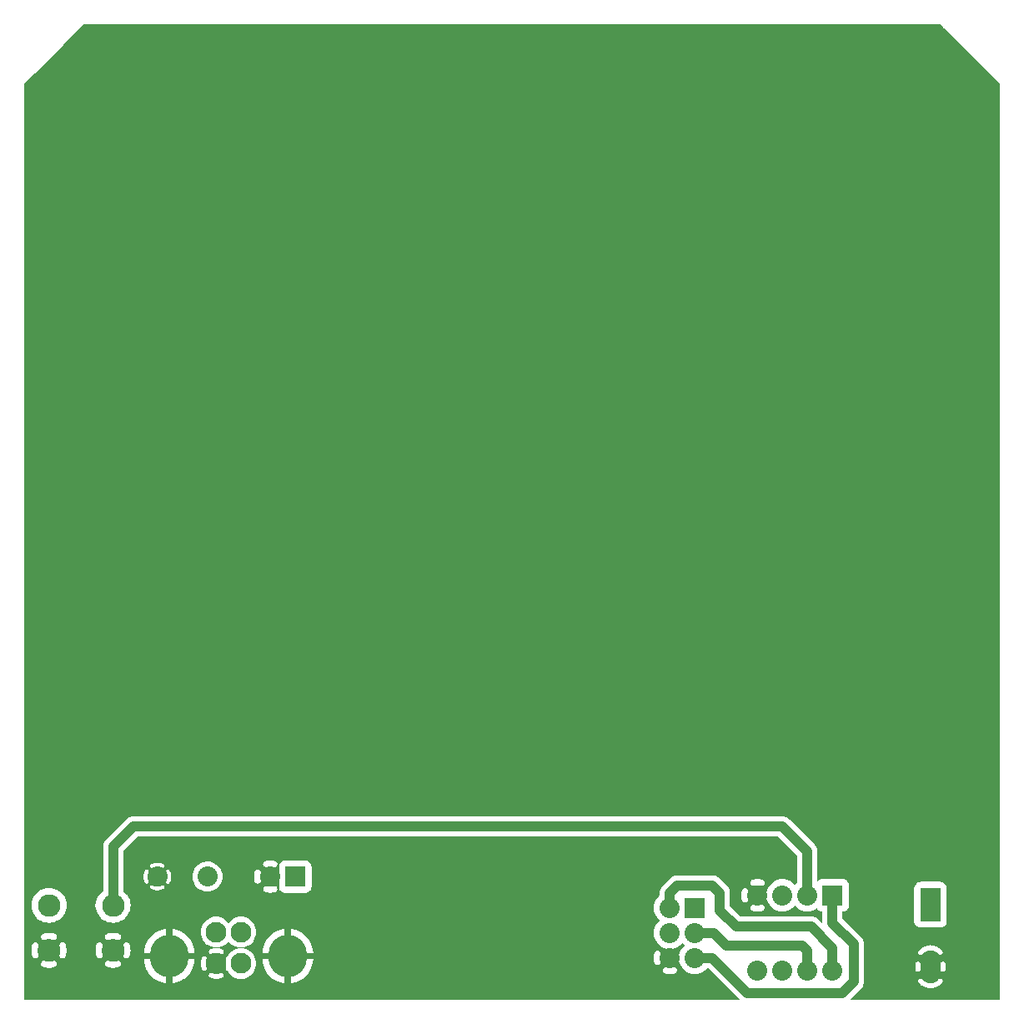
<source format=gbl>
G04 start of page 2 for group 8 layer_idx 1 *
G04 Title: (unknown), bottom_copper *
G04 Creator: pcb-rnd 3.1.5-dev *
G04 CreationDate: 2024-03-25 20:38:14 UTC *
G04 For: STEM4ukraine *
G04 Format: Gerber/RS-274X *
G04 PCB-Dimensions: 393701 393701 *
G04 PCB-Coordinate-Origin: lower left *
%MOIN*%
%FSLAX25Y25*%
%LNBOTTOM_COPPER_NONE_8*%
%ADD30C,0.0374*%
%ADD29C,0.0394*%
%ADD28C,0.0394*%
%ADD27C,0.0787*%
%ADD26C,0.1535*%
%ADD25C,0.0827*%
%ADD24C,0.0900*%
%ADD23C,0.0800*%
%ADD22C,0.0400*%
%ADD21C,0.0001*%
G54D21*G36*
X391732Y368110D02*Y1969D01*
X369173D01*
Y13056D01*
X369330Y13068D01*
X369483Y13105D01*
X369629Y13165D01*
X369763Y13248D01*
X369883Y13350D01*
X369985Y13470D01*
X370067Y13604D01*
X370127Y13749D01*
X370164Y13902D01*
X370173Y14059D01*
Y16217D01*
X370164Y16373D01*
X370127Y16527D01*
X370067Y16672D01*
X369985Y16806D01*
X369883Y16926D01*
X369763Y17028D01*
X369629Y17110D01*
X369483Y17171D01*
X369330Y17207D01*
X369173Y17220D01*
Y31067D01*
X369312Y31125D01*
X369647Y31330D01*
X369946Y31586D01*
X370202Y31885D01*
X370408Y32221D01*
X370558Y32584D01*
X370650Y32967D01*
X370681Y33359D01*
X370673Y33457D01*
Y46461D01*
X370681Y46559D01*
X370650Y46951D01*
X370650Y46951D01*
X370558Y47334D01*
X370408Y47697D01*
X370202Y48033D01*
X369946Y48332D01*
X369647Y48588D01*
X369312Y48793D01*
X369173Y48851D01*
Y390669D01*
X391732Y368110D01*
G37*
G36*
X364171Y1969D02*Y6553D01*
X364173Y6553D01*
X364711Y6577D01*
X365244Y6649D01*
X365768Y6769D01*
X366280Y6935D01*
X366775Y7146D01*
X367249Y7400D01*
X367698Y7696D01*
X368119Y8031D01*
X368509Y8403D01*
X368863Y8807D01*
X368953Y8937D01*
X369020Y9080D01*
X369064Y9232D01*
X369084Y9389D01*
X369079Y9547D01*
X369049Y9702D01*
X368995Y9851D01*
X368919Y9989D01*
X368822Y10114D01*
X368707Y10222D01*
X368576Y10311D01*
X368433Y10378D01*
X368281Y10422D01*
X368124Y10442D01*
X367966Y10437D01*
X367811Y10407D01*
X367662Y10353D01*
X367524Y10277D01*
X367399Y10180D01*
X367294Y10063D01*
X367061Y9791D01*
X366801Y9544D01*
X366521Y9321D01*
X366222Y9123D01*
X365906Y8954D01*
X365576Y8813D01*
X365236Y8703D01*
X364886Y8623D01*
X364531Y8575D01*
X364173Y8559D01*
X364171Y8559D01*
Y21716D01*
X364173Y21717D01*
X364531Y21700D01*
X364886Y21652D01*
X365236Y21573D01*
X365576Y21462D01*
X365906Y21322D01*
X366222Y21152D01*
X366521Y20955D01*
X366801Y20732D01*
X367061Y20485D01*
X367297Y20215D01*
X367402Y20099D01*
X367526Y20002D01*
X367664Y19926D01*
X367812Y19873D01*
X367967Y19843D01*
X368124Y19838D01*
X368280Y19858D01*
X368431Y19901D01*
X368574Y19968D01*
X368704Y20057D01*
X368819Y20164D01*
X368916Y20289D01*
X368991Y20427D01*
X369045Y20575D01*
X369075Y20729D01*
X369080Y20887D01*
X369060Y21043D01*
X369016Y21194D01*
X368949Y21336D01*
X368858Y21465D01*
X368509Y21873D01*
X368119Y22244D01*
X367698Y22579D01*
X367249Y22875D01*
X366775Y23130D01*
X366280Y23341D01*
X365768Y23507D01*
X365244Y23626D01*
X364711Y23698D01*
X364173Y23723D01*
X364171Y23722D01*
Y30859D01*
X368075D01*
X368173Y30851D01*
X368566Y30882D01*
X368948Y30974D01*
X369173Y31067D01*
Y17220D01*
X369016Y17207D01*
X368863Y17171D01*
X368718Y17110D01*
X368584Y17028D01*
X368464Y16926D01*
X368362Y16806D01*
X368279Y16672D01*
X368219Y16527D01*
X368182Y16373D01*
X368173Y16217D01*
Y14059D01*
X368182Y13902D01*
X368219Y13749D01*
X368279Y13604D01*
X368362Y13470D01*
X368464Y13350D01*
X368584Y13248D01*
X368718Y13165D01*
X368863Y13105D01*
X369016Y13068D01*
X369173Y13056D01*
Y1969D01*
X364171D01*
G37*
G36*
X359173D02*Y13056D01*
X359330Y13068D01*
X359483Y13105D01*
X359629Y13165D01*
X359763Y13248D01*
X359883Y13350D01*
X359985Y13470D01*
X360067Y13604D01*
X360127Y13749D01*
X360164Y13902D01*
X360173Y14059D01*
Y16217D01*
X360164Y16373D01*
X360127Y16527D01*
X360067Y16672D01*
X359985Y16806D01*
X359883Y16926D01*
X359763Y17028D01*
X359629Y17110D01*
X359483Y17171D01*
X359330Y17207D01*
X359173Y17220D01*
Y31067D01*
X359398Y30974D01*
X359781Y30882D01*
X360173Y30851D01*
X360271Y30859D01*
X364171D01*
Y23722D01*
X363636Y23698D01*
X363103Y23626D01*
X362578Y23507D01*
X362066Y23341D01*
X361571Y23130D01*
X361098Y22875D01*
X360648Y22579D01*
X360227Y22244D01*
X359838Y21873D01*
X359483Y21468D01*
X359394Y21338D01*
X359327Y21195D01*
X359283Y21044D01*
X359263Y20887D01*
X359268Y20729D01*
X359298Y20574D01*
X359351Y20425D01*
X359428Y20286D01*
X359524Y20162D01*
X359640Y20054D01*
X359771Y19965D01*
X359914Y19898D01*
X360065Y19854D01*
X360222Y19834D01*
X360380Y19839D01*
X360535Y19869D01*
X360684Y19922D01*
X360822Y19999D01*
X360947Y20096D01*
X361053Y20213D01*
X361286Y20485D01*
X361545Y20732D01*
X361826Y20955D01*
X362125Y21152D01*
X362440Y21322D01*
X362770Y21462D01*
X363111Y21573D01*
X363460Y21652D01*
X363815Y21700D01*
X364171Y21716D01*
Y8559D01*
X363815Y8575D01*
X363460Y8623D01*
X363111Y8703D01*
X362770Y8813D01*
X362440Y8954D01*
X362125Y9123D01*
X361826Y9321D01*
X361545Y9544D01*
X361286Y9791D01*
X361050Y10060D01*
X360944Y10177D01*
X360820Y10274D01*
X360682Y10350D01*
X360534Y10403D01*
X360380Y10433D01*
X360222Y10438D01*
X360066Y10418D01*
X359915Y10374D01*
X359773Y10307D01*
X359642Y10219D01*
X359527Y10111D01*
X359431Y9987D01*
X359355Y9849D01*
X359302Y9701D01*
X359272Y9546D01*
X359267Y9389D01*
X359287Y9233D01*
X359330Y9082D01*
X359397Y8939D01*
X359488Y8811D01*
X359838Y8403D01*
X360227Y8031D01*
X360648Y7696D01*
X361098Y7400D01*
X361571Y7146D01*
X362066Y6935D01*
X362578Y6769D01*
X363103Y6649D01*
X363636Y6577D01*
X364171Y6553D01*
Y1969D01*
X359173D01*
G37*
G36*
X368110Y391732D02*X369173Y390669D01*
Y48851D01*
X368948Y48944D01*
X368566Y49036D01*
X368173Y49067D01*
X368075Y49059D01*
X360271D01*
X360173Y49067D01*
X359781Y49036D01*
X359398Y48944D01*
X359173Y48851D01*
Y391732D01*
X368110D01*
G37*
G36*
X359173D02*Y48851D01*
X359035Y48793D01*
X358699Y48588D01*
X358400Y48332D01*
X358144Y48033D01*
X357939Y47697D01*
X357788Y47334D01*
X357696Y46951D01*
X357666Y46559D01*
X357673Y46461D01*
Y33457D01*
X357666Y33359D01*
X357696Y32967D01*
X357696Y32967D01*
X357788Y32584D01*
X357939Y32221D01*
X358144Y31885D01*
X358400Y31586D01*
X358699Y31330D01*
X359035Y31125D01*
X359173Y31067D01*
Y17220D01*
X359016Y17207D01*
X358863Y17171D01*
X358718Y17110D01*
X358584Y17028D01*
X358464Y16926D01*
X358362Y16806D01*
X358279Y16672D01*
X358219Y16527D01*
X358182Y16373D01*
X358173Y16217D01*
Y14059D01*
X358182Y13902D01*
X358219Y13749D01*
X358279Y13604D01*
X358362Y13470D01*
X358464Y13350D01*
X358584Y13248D01*
X358718Y13165D01*
X358863Y13105D01*
X359016Y13068D01*
X359173Y13056D01*
Y1969D01*
X331927D01*
X331939Y1983D01*
X336218Y6262D01*
X336337Y6364D01*
X336746Y6842D01*
X336746Y6842D01*
X337075Y7379D01*
X337316Y7961D01*
X337463Y8573D01*
X337512Y9201D01*
X337500Y9358D01*
Y24044D01*
X337512Y24201D01*
X337463Y24828D01*
X337316Y25441D01*
X337075Y26022D01*
X336746Y26559D01*
X336337Y27038D01*
X336218Y27140D01*
X329000Y34358D01*
Y37193D01*
X329392Y37224D01*
X329392Y37224D01*
X329775Y37316D01*
X330138Y37466D01*
X330474Y37672D01*
X330773Y37928D01*
X331029Y38227D01*
X331234Y38562D01*
X331385Y38926D01*
X331477Y39308D01*
X331508Y39701D01*
X331500Y39799D01*
Y47603D01*
X331508Y47701D01*
X331477Y48093D01*
X331477Y48093D01*
X331385Y48476D01*
X331234Y48839D01*
X331029Y49175D01*
X330773Y49474D01*
X330474Y49730D01*
X330138Y49935D01*
X329775Y50086D01*
X329392Y50178D01*
X329000Y50208D01*
X328902Y50201D01*
X321098D01*
X321000Y50208D01*
X320608Y50178D01*
X320608Y50178D01*
X320225Y50086D01*
X319862Y49935D01*
X319526Y49730D01*
X319227Y49474D01*
X319000Y49208D01*
Y61044D01*
X319012Y61201D01*
X318963Y61828D01*
X318963Y61828D01*
X318816Y62441D01*
X318575Y63022D01*
X318246Y63559D01*
X317837Y64038D01*
X317718Y64140D01*
X307939Y73918D01*
X307837Y74038D01*
X307358Y74447D01*
X306822Y74776D01*
X306240Y75017D01*
X305628Y75164D01*
X305000Y75213D01*
X304843Y75201D01*
X75109D01*
Y391732D01*
X359173D01*
G37*
G36*
X303343Y67201D02*X311000Y59544D01*
Y48832D01*
X310390Y48311D01*
X310000Y47855D01*
X309610Y48311D01*
X308832Y48976D01*
X307960Y49510D01*
X307015Y49902D01*
X306020Y50141D01*
X305000Y50221D01*
X303980Y50141D01*
X302985Y49902D01*
X302040Y49510D01*
X301168Y48976D01*
X300390Y48311D01*
X299725Y47533D01*
X299191Y46661D01*
X298799Y45716D01*
X298560Y44721D01*
X298480Y43701D01*
X298560Y42681D01*
X298799Y41686D01*
X299191Y40741D01*
X299725Y39868D01*
X300390Y39090D01*
X301168Y38426D01*
X302040Y37891D01*
X302985Y37500D01*
X303980Y37261D01*
X305000Y37181D01*
X306020Y37261D01*
X307015Y37500D01*
X307960Y37891D01*
X308832Y38426D01*
X309610Y39090D01*
X310000Y39547D01*
X310390Y39090D01*
X311168Y38426D01*
X312040Y37891D01*
X312985Y37500D01*
X313980Y37261D01*
X315000Y37181D01*
X316020Y37261D01*
X317015Y37500D01*
X317960Y37891D01*
X318832Y38426D01*
X318843Y38435D01*
X318971Y38227D01*
X319227Y37928D01*
X319526Y37672D01*
X319862Y37466D01*
X320225Y37316D01*
X320608Y37224D01*
X321000Y37193D01*
Y32858D01*
X320988Y32701D01*
X321016Y32342D01*
X319439Y33918D01*
X319337Y34038D01*
X318858Y34447D01*
X318322Y34776D01*
X317740Y35017D01*
X317128Y35164D01*
X316500Y35213D01*
X316343Y35201D01*
X295002D01*
Y37201D01*
X295287D01*
X295860Y37251D01*
X296425Y37352D01*
X296980Y37503D01*
X297163Y37576D01*
X297332Y37679D01*
X297483Y37806D01*
X297611Y37955D01*
X297715Y38123D01*
X297792Y38305D01*
X297839Y38497D01*
X297855Y38694D01*
X297841Y38890D01*
X297796Y39083D01*
X297721Y39265D01*
X297619Y39434D01*
X297491Y39585D01*
X297342Y39714D01*
X297174Y39818D01*
X296992Y39894D01*
X296801Y39941D01*
X296604Y39958D01*
X296407Y39943D01*
X296216Y39894D01*
X295876Y39798D01*
X295529Y39736D01*
X295177Y39705D01*
X295002D01*
Y47697D01*
X295177D01*
X295529Y47666D01*
X295876Y47604D01*
X296217Y47511D01*
X296408Y47462D01*
X296604Y47448D01*
X296800Y47464D01*
X296991Y47511D01*
X297172Y47587D01*
X297340Y47691D01*
X297489Y47820D01*
X297616Y47970D01*
X297718Y48138D01*
X297792Y48320D01*
X297837Y48512D01*
X297851Y48708D01*
X297835Y48904D01*
X297788Y49095D01*
X297712Y49277D01*
X297608Y49444D01*
X297480Y49593D01*
X297330Y49720D01*
X297161Y49822D01*
X296978Y49893D01*
X296425Y50049D01*
X295860Y50150D01*
X295287Y50201D01*
X295002D01*
Y67201D01*
X303343D01*
G37*
G36*
X295002D02*Y50201D01*
X294713D01*
X294140Y50150D01*
X293575Y50049D01*
X293020Y49899D01*
X292837Y49825D01*
X292668Y49723D01*
X292517Y49596D01*
X292389Y49446D01*
X292285Y49278D01*
X292208Y49096D01*
X292161Y48905D01*
X292145Y48708D01*
X292159Y48511D01*
X292204Y48319D01*
X292279Y48136D01*
X292381Y47968D01*
X292509Y47817D01*
X292658Y47688D01*
X292826Y47584D01*
X293008Y47508D01*
X293199Y47461D01*
X293396Y47444D01*
X293593Y47459D01*
X293784Y47507D01*
X294124Y47604D01*
X294471Y47666D01*
X294823Y47697D01*
X295002D01*
Y39705D01*
X294823D01*
X294471Y39736D01*
X294124Y39798D01*
X293783Y39890D01*
X293592Y39939D01*
X293396Y39954D01*
X293200Y39937D01*
X293009Y39890D01*
X292828Y39814D01*
X292660Y39710D01*
X292511Y39582D01*
X292384Y39432D01*
X292282Y39263D01*
X292208Y39081D01*
X292163Y38890D01*
X292149Y38694D01*
X292165Y38498D01*
X292212Y38306D01*
X292288Y38125D01*
X292392Y37958D01*
X292520Y37809D01*
X292670Y37682D01*
X292839Y37580D01*
X293022Y37509D01*
X293575Y37352D01*
X294140Y37251D01*
X294713Y37201D01*
X295002D01*
Y35201D01*
X289878D01*
Y40855D01*
X289993Y40845D01*
X290190Y40860D01*
X290382Y40905D01*
X290564Y40980D01*
X290733Y41082D01*
X290884Y41209D01*
X291013Y41359D01*
X291117Y41527D01*
X291193Y41709D01*
X291240Y41900D01*
X291257Y42097D01*
X291242Y42294D01*
X291193Y42485D01*
X291097Y42825D01*
X291035Y43172D01*
X291004Y43524D01*
Y43877D01*
X291035Y44229D01*
X291097Y44577D01*
X291190Y44918D01*
X291238Y45108D01*
X291253Y45305D01*
X291236Y45501D01*
X291190Y45692D01*
X291113Y45873D01*
X291010Y46040D01*
X290881Y46189D01*
X290731Y46316D01*
X290563Y46418D01*
X290381Y46493D01*
X290189Y46538D01*
X289993Y46552D01*
X289878Y46543D01*
Y67201D01*
X295002D01*
G37*
G36*
X261020Y22261D02*X262015Y22500D01*
X262960Y22891D01*
X263832Y23426D01*
X264610Y24090D01*
X265000Y24547D01*
X265390Y24090D01*
X265846Y23701D01*
X265390Y23311D01*
X264725Y22533D01*
X264191Y21661D01*
X263799Y20716D01*
X263560Y19721D01*
X263480Y18701D01*
X263560Y17681D01*
X263799Y16686D01*
X264191Y15741D01*
X264725Y14868D01*
X265390Y14090D01*
X266168Y13426D01*
X267040Y12891D01*
X267985Y12500D01*
X268980Y12261D01*
X270000Y12181D01*
X271020Y12261D01*
X272015Y12500D01*
X272960Y12891D01*
X273832Y13426D01*
X274610Y14090D01*
X275132Y14701D01*
X275343D01*
X288061Y1983D01*
X288073Y1969D01*
X260002D01*
Y12201D01*
X260287D01*
X260860Y12251D01*
X261425Y12352D01*
X261980Y12503D01*
X262163Y12576D01*
X262332Y12679D01*
X262483Y12806D01*
X262611Y12955D01*
X262715Y13123D01*
X262792Y13305D01*
X262839Y13497D01*
X262855Y13694D01*
X262841Y13890D01*
X262796Y14083D01*
X262721Y14265D01*
X262619Y14434D01*
X262491Y14585D01*
X262342Y14714D01*
X262174Y14818D01*
X261992Y14894D01*
X261801Y14941D01*
X261604Y14958D01*
X261407Y14943D01*
X261216Y14894D01*
X260876Y14798D01*
X260529Y14736D01*
X260177Y14705D01*
X260002D01*
Y22181D01*
X261020Y22261D01*
G37*
G36*
X289878Y67201D02*Y46543D01*
X289797Y46536D01*
X289606Y46489D01*
X289424Y46413D01*
X289257Y46309D01*
X289108Y46181D01*
X288981Y46030D01*
X288879Y45862D01*
X288808Y45679D01*
X288652Y45126D01*
X288551Y44560D01*
X288500Y43988D01*
Y43413D01*
X288551Y42841D01*
X288652Y42275D01*
X288802Y41721D01*
X288875Y41538D01*
X288978Y41369D01*
X289105Y41218D01*
X289255Y41089D01*
X289422Y40985D01*
X289604Y40909D01*
X289796Y40862D01*
X289878Y40855D01*
Y35201D01*
X288157D01*
X284000Y39358D01*
Y44544D01*
X284012Y44701D01*
X283963Y45328D01*
X283963Y45328D01*
X283816Y45941D01*
X283575Y46522D01*
X283246Y47059D01*
X282837Y47538D01*
X282718Y47640D01*
X279939Y50418D01*
X279837Y50538D01*
X279358Y50947D01*
X278822Y51276D01*
X278240Y51517D01*
X277628Y51664D01*
X277627Y51664D01*
X277000Y51713D01*
X276843Y51701D01*
X263157D01*
X263000Y51713D01*
X262372Y51664D01*
X261760Y51517D01*
X261178Y51276D01*
X260642Y50947D01*
X260641Y50947D01*
X260163Y50538D01*
X260061Y50418D01*
X260002Y50360D01*
Y67201D01*
X289878D01*
G37*
G36*
X255390Y24090D02*X256168Y23426D01*
X257040Y22891D01*
X257985Y22500D01*
X258980Y22261D01*
X260000Y22181D01*
X260002Y22181D01*
Y14705D01*
X259823D01*
X259471Y14736D01*
X259124Y14798D01*
X258783Y14890D01*
X258592Y14939D01*
X258396Y14954D01*
X258200Y14937D01*
X258009Y14890D01*
X257828Y14814D01*
X257660Y14710D01*
X257511Y14582D01*
X257384Y14432D01*
X257282Y14263D01*
X257208Y14081D01*
X257163Y13890D01*
X257149Y13694D01*
X257165Y13498D01*
X257212Y13306D01*
X257288Y13125D01*
X257392Y12958D01*
X257520Y12809D01*
X257670Y12682D01*
X257839Y12580D01*
X258022Y12509D01*
X258575Y12352D01*
X259140Y12251D01*
X259713Y12201D01*
X260002D01*
Y1969D01*
X254878D01*
Y15855D01*
X254993Y15845D01*
X255190Y15860D01*
X255382Y15905D01*
X255564Y15980D01*
X255733Y16082D01*
X255884Y16209D01*
X256013Y16359D01*
X256117Y16527D01*
X256193Y16709D01*
X256240Y16900D01*
X256257Y17097D01*
X256242Y17294D01*
X256193Y17485D01*
X256097Y17825D01*
X256035Y18172D01*
X256004Y18524D01*
Y18877D01*
X256035Y19229D01*
X256097Y19577D01*
X256190Y19918D01*
X256238Y20108D01*
X256253Y20305D01*
X256236Y20501D01*
X256190Y20692D01*
X256113Y20873D01*
X256010Y21040D01*
X255881Y21189D01*
X255731Y21316D01*
X255563Y21418D01*
X255381Y21493D01*
X255189Y21538D01*
X254993Y21552D01*
X254878Y21543D01*
Y24689D01*
X255390Y24090D01*
G37*
G36*
Y34090D02*X255846Y33701D01*
X255390Y33311D01*
X254878Y32713D01*
Y34689D01*
X255390Y34090D01*
G37*
G36*
X260002Y67201D02*Y50360D01*
X257282Y47640D01*
X257163Y47538D01*
X256754Y47059D01*
X256425Y46522D01*
X256184Y45941D01*
X256037Y45328D01*
X256037Y45328D01*
X255988Y44701D01*
X256000Y44544D01*
Y43832D01*
X255390Y43311D01*
X254878Y42713D01*
Y67201D01*
X260002D01*
G37*
G36*
X254878D02*Y42713D01*
X254725Y42533D01*
X254191Y41661D01*
X253799Y40716D01*
X253560Y39721D01*
X253480Y38701D01*
X253560Y37681D01*
X253799Y36686D01*
X254191Y35741D01*
X254725Y34868D01*
X254878Y34689D01*
Y32713D01*
X254725Y32533D01*
X254191Y31661D01*
X253799Y30716D01*
X253560Y29721D01*
X253480Y28701D01*
X253560Y27681D01*
X253799Y26686D01*
X254191Y25741D01*
X254725Y24868D01*
X254878Y24689D01*
Y21543D01*
X254797Y21536D01*
X254606Y21489D01*
X254424Y21413D01*
X254257Y21309D01*
X254108Y21181D01*
X253981Y21030D01*
X253879Y20862D01*
X253808Y20679D01*
X253652Y20126D01*
X253551Y19560D01*
X253500Y18988D01*
Y18413D01*
X253551Y17841D01*
X253652Y17275D01*
X253802Y16721D01*
X253875Y16538D01*
X253978Y16369D01*
X254105Y16218D01*
X254255Y16089D01*
X254422Y15985D01*
X254604Y15909D01*
X254796Y15862D01*
X254878Y15855D01*
Y1969D01*
X110236D01*
Y8806D01*
X110438Y8854D01*
X111918Y9467D01*
X113284Y10304D01*
X114502Y11344D01*
X115542Y12563D01*
X116379Y13928D01*
X116992Y15408D01*
X117366Y16966D01*
X117433Y18100D01*
X110236D01*
Y20600D01*
X117433D01*
X117366Y21735D01*
X116992Y23292D01*
X116379Y24772D01*
X115542Y26138D01*
X114502Y27356D01*
X113284Y28397D01*
X111918Y29234D01*
X110438Y29847D01*
X110236Y29895D01*
Y44681D01*
X114138D01*
X114236Y44673D01*
X114628Y44704D01*
X114629Y44704D01*
X115011Y44796D01*
X115375Y44947D01*
X115710Y45152D01*
X116009Y45408D01*
X116265Y45707D01*
X116471Y46043D01*
X116621Y46406D01*
X116713Y46789D01*
X116744Y47181D01*
X116736Y47279D01*
Y55083D01*
X116744Y55181D01*
X116713Y55573D01*
X116713Y55573D01*
X116621Y55956D01*
X116471Y56320D01*
X116265Y56655D01*
X116009Y56954D01*
X115710Y57210D01*
X115375Y57415D01*
X115011Y57566D01*
X114629Y57658D01*
X114236Y57689D01*
X114138Y57681D01*
X110236D01*
Y67201D01*
X254878D01*
G37*
G36*
X110236D02*Y57681D01*
X106334D01*
X106236Y57689D01*
X105844Y57658D01*
X105844Y57658D01*
X105461Y57566D01*
X105098Y57415D01*
X104762Y57210D01*
X104463Y56954D01*
X104207Y56655D01*
X104002Y56320D01*
X103851Y55956D01*
X103759Y55573D01*
X103729Y55181D01*
X103736Y55083D01*
Y47279D01*
X103729Y47181D01*
X103759Y46789D01*
X103759Y46789D01*
X103851Y46406D01*
X104002Y46043D01*
X104207Y45707D01*
X104463Y45408D01*
X104762Y45152D01*
X105098Y44947D01*
X105461Y44796D01*
X105844Y44704D01*
X106236Y44673D01*
X106334Y44681D01*
X110236D01*
Y29895D01*
X108880Y30221D01*
X108533Y30248D01*
Y20600D01*
X110236D01*
Y18100D01*
X108533D01*
Y8453D01*
X108880Y8480D01*
X110236Y8806D01*
Y1969D01*
X100238D01*
Y11196D01*
X101283Y10304D01*
X102649Y9467D01*
X104129Y8854D01*
X105686Y8480D01*
X106033Y8453D01*
Y18100D01*
X100238D01*
Y20600D01*
X106033D01*
Y30248D01*
X105686Y30221D01*
X104129Y29847D01*
X102649Y29234D01*
X101283Y28397D01*
X100238Y27504D01*
Y44681D01*
X100524D01*
X101096Y44732D01*
X101662Y44833D01*
X102216Y44983D01*
X102399Y45057D01*
X102568Y45159D01*
X102719Y45286D01*
X102848Y45436D01*
X102952Y45604D01*
X103028Y45785D01*
X103075Y45977D01*
X103092Y46174D01*
X103077Y46371D01*
X103032Y46563D01*
X102957Y46746D01*
X102855Y46914D01*
X102728Y47065D01*
X102578Y47194D01*
X102410Y47298D01*
X102228Y47374D01*
X102037Y47421D01*
X101840Y47438D01*
X101643Y47423D01*
X101452Y47375D01*
X101113Y47278D01*
X100765Y47216D01*
X100413Y47185D01*
X100238D01*
Y55177D01*
X100413D01*
X100765Y55146D01*
X101113Y55084D01*
X101453Y54991D01*
X101644Y54943D01*
X101840Y54928D01*
X102036Y54945D01*
X102227Y54992D01*
X102409Y55068D01*
X102576Y55171D01*
X102725Y55300D01*
X102852Y55450D01*
X102954Y55618D01*
X103028Y55801D01*
X103073Y55992D01*
X103088Y56188D01*
X103071Y56384D01*
X103024Y56575D01*
X102948Y56757D01*
X102845Y56924D01*
X102716Y57073D01*
X102566Y57200D01*
X102398Y57302D01*
X102214Y57373D01*
X101662Y57529D01*
X101096Y57630D01*
X100524Y57681D01*
X100238D01*
Y67201D01*
X110236D01*
G37*
G36*
X100238D02*Y57681D01*
X99949D01*
X99377Y57630D01*
X98811Y57529D01*
X98256Y57379D01*
X98073Y57306D01*
X97904Y57203D01*
X97754Y57076D01*
X97625Y56926D01*
X97521Y56759D01*
X97444Y56577D01*
X97397Y56385D01*
X97381Y56188D01*
X97395Y55992D01*
X97441Y55799D01*
X97515Y55617D01*
X97617Y55448D01*
X97745Y55297D01*
X97894Y55168D01*
X98062Y55064D01*
X98244Y54988D01*
X98436Y54941D01*
X98632Y54924D01*
X98829Y54939D01*
X99020Y54988D01*
X99360Y55084D01*
X99708Y55146D01*
X100060Y55177D01*
X100238D01*
Y47185D01*
X100060D01*
X99708Y47216D01*
X99360Y47278D01*
X99019Y47371D01*
X98829Y47419D01*
X98632Y47434D01*
X98436Y47418D01*
X98245Y47371D01*
X98064Y47294D01*
X97897Y47191D01*
X97748Y47062D01*
X97621Y46912D01*
X97519Y46744D01*
X97444Y46562D01*
X97399Y46370D01*
X97385Y46174D01*
X97401Y45978D01*
X97448Y45787D01*
X97524Y45605D01*
X97628Y45438D01*
X97756Y45289D01*
X97907Y45162D01*
X98075Y45060D01*
X98258Y44989D01*
X98811Y44833D01*
X99377Y44732D01*
X99949Y44681D01*
X100238D01*
Y27504D01*
X100065Y27356D01*
X99025Y26138D01*
X98188Y24772D01*
X97575Y23292D01*
X97201Y21735D01*
X97134Y20600D01*
X100238D01*
Y18100D01*
X97134D01*
X97201Y16966D01*
X97575Y15408D01*
X98188Y13928D01*
X99025Y12563D01*
X100065Y11344D01*
X100238Y11196D01*
Y1969D01*
X95115D01*
Y48335D01*
X95229Y48326D01*
X95426Y48340D01*
X95618Y48385D01*
X95801Y48460D01*
X95969Y48562D01*
X96120Y48690D01*
X96249Y48839D01*
X96353Y49007D01*
X96429Y49189D01*
X96476Y49381D01*
X96493Y49577D01*
X96478Y49774D01*
X96430Y49965D01*
X96333Y50305D01*
X96271Y50653D01*
X96240Y51004D01*
Y51358D01*
X96271Y51710D01*
X96333Y52057D01*
X96426Y52398D01*
X96475Y52589D01*
X96489Y52785D01*
X96473Y52981D01*
X96426Y53172D01*
X96350Y53353D01*
X96246Y53521D01*
X96117Y53670D01*
X95967Y53797D01*
X95799Y53899D01*
X95617Y53973D01*
X95425Y54018D01*
X95229Y54033D01*
X95115Y54023D01*
Y67201D01*
X100238D01*
G37*
G36*
X95115D02*Y54023D01*
X95033Y54016D01*
X94842Y53969D01*
X94660Y53893D01*
X94493Y53789D01*
X94344Y53661D01*
X94217Y53511D01*
X94115Y53342D01*
X94044Y53159D01*
X93888Y52606D01*
X93787Y52041D01*
X93736Y51468D01*
Y50894D01*
X93787Y50321D01*
X93888Y49756D01*
X94038Y49201D01*
X94112Y49018D01*
X94214Y48849D01*
X94341Y48699D01*
X94491Y48570D01*
X94659Y48466D01*
X94841Y48389D01*
X95032Y48342D01*
X95115Y48335D01*
Y1969D01*
X88494D01*
Y10246D01*
X88504Y10245D01*
X89466Y10321D01*
X90405Y10546D01*
X91297Y10915D01*
X92120Y11420D01*
X92855Y12047D01*
X93482Y12781D01*
X93986Y13604D01*
X94356Y14496D01*
X94581Y15435D01*
X94638Y16398D01*
X94581Y17360D01*
X94356Y18299D01*
X93986Y19191D01*
X93482Y20014D01*
X92855Y20748D01*
X92120Y21375D01*
X91297Y21880D01*
X90405Y22249D01*
X89466Y22475D01*
X88504Y22550D01*
X88494Y22550D01*
Y22844D01*
X88504Y22843D01*
X89466Y22919D01*
X90405Y23144D01*
X91297Y23514D01*
X92120Y24018D01*
X92855Y24645D01*
X93482Y25380D01*
X93986Y26203D01*
X94356Y27095D01*
X94581Y28034D01*
X94638Y28996D01*
X94581Y29959D01*
X94356Y30897D01*
X93986Y31789D01*
X93482Y32613D01*
X92855Y33347D01*
X92120Y33974D01*
X91297Y34478D01*
X90405Y34848D01*
X89466Y35073D01*
X88504Y35149D01*
X88494Y35148D01*
Y67201D01*
X95115D01*
G37*
G36*
X78663Y1969D02*Y10264D01*
X78931D01*
X79469Y10311D01*
X80001Y10406D01*
X80522Y10547D01*
X81029Y10733D01*
X81170Y10804D01*
X81297Y10897D01*
X81409Y11009D01*
X81501Y11137D01*
X81573Y11278D01*
X81621Y11429D01*
X81645Y11585D01*
X81645Y11743D01*
X81619Y11899D01*
X81570Y12049D01*
X81498Y12190D01*
X81405Y12317D01*
X81293Y12429D01*
X81164Y12521D01*
X81023Y12592D01*
X80873Y12641D01*
X80717Y12665D01*
X80559Y12664D01*
X80403Y12639D01*
X80254Y12587D01*
X79914Y12458D01*
X79563Y12363D01*
X79205Y12300D01*
X78843Y12268D01*
X78663D01*
Y20528D01*
X78843D01*
X79205Y20496D01*
X79563Y20432D01*
X79914Y20337D01*
X80255Y20212D01*
X80404Y20160D01*
X80559Y20135D01*
X80716Y20134D01*
X80872Y20158D01*
X81022Y20207D01*
X81162Y20278D01*
X81290Y20370D01*
X81402Y20481D01*
X81495Y20608D01*
X81566Y20748D01*
X81616Y20897D01*
X81641Y21053D01*
X81641Y21210D01*
X81617Y21366D01*
X81569Y21516D01*
X81498Y21656D01*
X81406Y21784D01*
X81295Y21895D01*
X81168Y21988D01*
X81026Y22057D01*
X80522Y22249D01*
X80001Y22390D01*
X79469Y22484D01*
X78931Y22531D01*
X78663D01*
Y22843D01*
X79624Y22919D01*
X80563Y23144D01*
X81455Y23514D01*
X82278Y24018D01*
X83012Y24645D01*
X83583Y25313D01*
X84153Y24645D01*
X84887Y24018D01*
X85711Y23514D01*
X86603Y23144D01*
X87541Y22919D01*
X88494Y22844D01*
Y22550D01*
X87541Y22475D01*
X86603Y22249D01*
X85711Y21880D01*
X84887Y21375D01*
X84153Y20748D01*
X83526Y20014D01*
X83113Y19340D01*
X83010Y19306D01*
X82869Y19234D01*
X82742Y19141D01*
X82630Y19029D01*
X82538Y18901D01*
X82467Y18760D01*
X82418Y18609D01*
X82394Y18453D01*
X82395Y18295D01*
X82420Y18139D01*
X82472Y17990D01*
X82537Y17819D01*
X82427Y17360D01*
X82351Y16398D01*
X82427Y15435D01*
X82538Y14973D01*
X82476Y14804D01*
X82424Y14655D01*
X82399Y14500D01*
X82398Y14343D01*
X82422Y14187D01*
X82470Y14037D01*
X82541Y13897D01*
X82634Y13769D01*
X82744Y13657D01*
X82872Y13565D01*
X83012Y13493D01*
X83110Y13460D01*
X83526Y12781D01*
X84153Y12047D01*
X84887Y11420D01*
X85711Y10915D01*
X86603Y10546D01*
X87541Y10321D01*
X88494Y10246D01*
Y1969D01*
X78663D01*
G37*
G36*
X88494Y67201D02*Y35148D01*
X87541Y35073D01*
X86603Y34848D01*
X85711Y34478D01*
X84887Y33974D01*
X84153Y33347D01*
X83583Y32679D01*
X83012Y33347D01*
X82278Y33974D01*
X81455Y34478D01*
X80563Y34848D01*
X79624Y35073D01*
X78663Y35149D01*
Y46319D01*
X79374Y46925D01*
X79987Y47644D01*
X80481Y48449D01*
X80842Y49321D01*
X81063Y50240D01*
X81118Y51181D01*
X81063Y52123D01*
X80842Y53041D01*
X80481Y53913D01*
X79987Y54719D01*
X79374Y55437D01*
X78663Y56044D01*
Y67201D01*
X88494D01*
G37*
G36*
X78661Y35149D02*X77699Y35073D01*
X76760Y34848D01*
X75868Y34478D01*
X75109Y34013D01*
Y45163D01*
X75118Y45163D01*
X76060Y45237D01*
X76978Y45457D01*
X77850Y45819D01*
X78656Y46312D01*
X78663Y46319D01*
Y35149D01*
X78661Y35149D01*
G37*
G36*
X75109Y1969D02*Y23979D01*
X75868Y23514D01*
X76760Y23144D01*
X77699Y22919D01*
X78661Y22843D01*
X78663Y22843D01*
Y22531D01*
X78391D01*
X77854Y22484D01*
X77322Y22390D01*
X76801Y22249D01*
X76294Y22063D01*
X76153Y21992D01*
X76025Y21898D01*
X75914Y21786D01*
X75822Y21658D01*
X75750Y21517D01*
X75702Y21367D01*
X75678Y21210D01*
X75678Y21052D01*
X75703Y20896D01*
X75753Y20746D01*
X75825Y20606D01*
X75918Y20478D01*
X76030Y20367D01*
X76158Y20274D01*
X76299Y20203D01*
X76450Y20155D01*
X76606Y20130D01*
X76764Y20131D01*
X76920Y20156D01*
X77069Y20208D01*
X77409Y20337D01*
X77760Y20432D01*
X78118Y20496D01*
X78480Y20528D01*
X78663D01*
Y12268D01*
X78480D01*
X78118Y12300D01*
X77760Y12363D01*
X77409Y12458D01*
X77068Y12583D01*
X76919Y12635D01*
X76764Y12660D01*
X76606Y12661D01*
X76451Y12637D01*
X76301Y12589D01*
X76161Y12518D01*
X76033Y12426D01*
X75921Y12315D01*
X75828Y12188D01*
X75756Y12048D01*
X75707Y11898D01*
X75682Y11743D01*
X75682Y11585D01*
X75706Y11430D01*
X75754Y11280D01*
X75825Y11139D01*
X75917Y11012D01*
X76028Y10900D01*
X76155Y10807D01*
X76296Y10738D01*
X76801Y10547D01*
X77322Y10406D01*
X77854Y10311D01*
X78391Y10264D01*
X78663D01*
Y1969D01*
X75109D01*
G37*
G36*
X78663Y67201D02*Y56044D01*
X78656Y56050D01*
X77850Y56544D01*
X76978Y56905D01*
X76060Y57126D01*
X75118Y57200D01*
X75109Y57199D01*
Y67201D01*
X78663D01*
G37*
G36*
X75109Y391732D02*Y75201D01*
X55120D01*
Y391732D01*
X75109D01*
G37*
G36*
X74311Y24645D02*X75045Y24018D01*
X75109Y23979D01*
Y1969D01*
X73728D01*
Y13433D01*
X73849Y13414D01*
X74007Y13414D01*
X74163Y13440D01*
X74313Y13489D01*
X74453Y13561D01*
X74581Y13654D01*
X74692Y13767D01*
X74785Y13895D01*
X74856Y14036D01*
X74905Y14186D01*
X74929Y14342D01*
X74928Y14500D01*
X74903Y14656D01*
X74851Y14805D01*
X74722Y15145D01*
X74627Y15496D01*
X74563Y15854D01*
X74532Y16216D01*
Y16579D01*
X74563Y16941D01*
X74627Y17299D01*
X74722Y17650D01*
X74847Y17992D01*
X74899Y18140D01*
X74924Y18295D01*
X74925Y18453D01*
X74901Y18608D01*
X74852Y18758D01*
X74781Y18899D01*
X74689Y19026D01*
X74578Y19138D01*
X74451Y19231D01*
X74311Y19303D01*
X74162Y19352D01*
X74006Y19377D01*
X73849Y19377D01*
X73728Y19359D01*
Y25328D01*
X74311Y24645D01*
G37*
G36*
X74177Y45237D02*X75109Y45163D01*
Y34013D01*
X75045Y33974D01*
X74311Y33347D01*
X73728Y32665D01*
Y45344D01*
X74177Y45237D01*
G37*
G36*
X75109Y67201D02*Y57199D01*
X74177Y57126D01*
X73728Y57018D01*
Y67201D01*
X75109D01*
G37*
G36*
X73728D02*Y57018D01*
X73258Y56905D01*
X72386Y56544D01*
X71581Y56050D01*
X70862Y55437D01*
X70249Y54719D01*
X69756Y53913D01*
X69394Y53041D01*
X69174Y52123D01*
X69100Y51181D01*
X69174Y50240D01*
X69394Y49321D01*
X69756Y48449D01*
X70249Y47644D01*
X70862Y46925D01*
X71581Y46312D01*
X72386Y45819D01*
X73258Y45457D01*
X73728Y45344D01*
Y32665D01*
X73684Y32613D01*
X73179Y31789D01*
X72810Y30897D01*
X72584Y29959D01*
X72509Y28996D01*
X72584Y28034D01*
X72810Y27095D01*
X73179Y26203D01*
X73684Y25380D01*
X73728Y25328D01*
Y19359D01*
X73693Y19353D01*
X73544Y19305D01*
X73403Y19234D01*
X73275Y19142D01*
X73164Y19031D01*
X73071Y18904D01*
X73002Y18763D01*
X72810Y18258D01*
X72669Y17737D01*
X72575Y17205D01*
X72528Y16668D01*
Y16128D01*
X72575Y15590D01*
X72669Y15058D01*
X72810Y14537D01*
X72996Y14030D01*
X73067Y13889D01*
X73161Y13762D01*
X73273Y13650D01*
X73401Y13558D01*
X73542Y13487D01*
X73692Y13438D01*
X73728Y13433D01*
Y1969D01*
X65582D01*
Y10120D01*
X65882Y10304D01*
X67100Y11344D01*
X68141Y12563D01*
X68978Y13928D01*
X69591Y15408D01*
X69965Y16966D01*
X70032Y18100D01*
X65582D01*
Y20600D01*
X70032D01*
X69965Y21735D01*
X69591Y23292D01*
X68978Y24772D01*
X68141Y26138D01*
X67100Y27356D01*
X65882Y28397D01*
X65582Y28581D01*
Y67201D01*
X73728D01*
G37*
G36*
X65582D02*Y28581D01*
X64516Y29234D01*
X63037Y29847D01*
X61479Y30221D01*
X61132Y30248D01*
Y20600D01*
X65582D01*
Y18100D01*
X61132D01*
Y8453D01*
X61479Y8480D01*
X63037Y8854D01*
X64516Y9467D01*
X65582Y10120D01*
Y1969D01*
X59611D01*
Y48326D01*
X59697Y48362D01*
X59797Y48424D01*
X59887Y48500D01*
X59963Y48590D01*
X60023Y48692D01*
X60240Y49161D01*
X60407Y49650D01*
X60527Y50153D01*
X60600Y50665D01*
X60624Y51181D01*
X60600Y51697D01*
X60527Y52209D01*
X60407Y52712D01*
X60240Y53201D01*
X60028Y53673D01*
X59967Y53774D01*
X59890Y53865D01*
X59800Y53942D01*
X59699Y54004D01*
X59611Y54041D01*
Y67201D01*
X65582D01*
G37*
G36*
X59611D02*Y54041D01*
X59589Y54050D01*
X59474Y54078D01*
X59355Y54087D01*
X59237Y54078D01*
X59121Y54051D01*
X59011Y54005D01*
X58910Y53944D01*
X58820Y53867D01*
X58742Y53776D01*
X58680Y53675D01*
X58635Y53566D01*
X58607Y53450D01*
X58597Y53332D01*
X58606Y53213D01*
X58634Y53098D01*
X58681Y52989D01*
X58839Y52649D01*
X58960Y52293D01*
X59048Y51928D01*
X59100Y51556D01*
X59118Y51181D01*
X59100Y50806D01*
X59048Y50434D01*
X58960Y50069D01*
X58839Y49713D01*
X58685Y49371D01*
X58638Y49263D01*
X58611Y49148D01*
X58602Y49030D01*
X58611Y48913D01*
X58639Y48798D01*
X58684Y48689D01*
X58746Y48588D01*
X58823Y48499D01*
X58913Y48422D01*
X59013Y48361D01*
X59123Y48316D01*
X59237Y48288D01*
X59355Y48279D01*
X59473Y48289D01*
X59588Y48316D01*
X59611Y48326D01*
Y1969D01*
X55120D01*
Y9545D01*
X55247Y9467D01*
X56727Y8854D01*
X58285Y8480D01*
X58632Y8453D01*
Y18100D01*
X55120D01*
Y20600D01*
X58632D01*
Y30248D01*
X58285Y30221D01*
X56727Y29847D01*
X55247Y29234D01*
X55120Y29156D01*
Y45675D01*
X55634Y45699D01*
X56146Y45772D01*
X56649Y45892D01*
X57138Y46059D01*
X57610Y46271D01*
X57711Y46332D01*
X57802Y46409D01*
X57879Y46500D01*
X57941Y46601D01*
X57987Y46710D01*
X58015Y46826D01*
X58024Y46944D01*
X58015Y47062D01*
X57988Y47178D01*
X57942Y47288D01*
X57881Y47389D01*
X57804Y47480D01*
X57713Y47557D01*
X57612Y47619D01*
X57503Y47665D01*
X57387Y47693D01*
X57269Y47702D01*
X57150Y47693D01*
X57035Y47665D01*
X56926Y47618D01*
X56586Y47460D01*
X56230Y47339D01*
X55865Y47251D01*
X55493Y47199D01*
X55120Y47181D01*
Y55181D01*
X55493Y55163D01*
X55865Y55111D01*
X56230Y55023D01*
X56586Y54902D01*
X56928Y54748D01*
X57036Y54701D01*
X57151Y54674D01*
X57269Y54665D01*
X57387Y54674D01*
X57501Y54702D01*
X57610Y54747D01*
X57711Y54809D01*
X57800Y54886D01*
X57877Y54976D01*
X57939Y55076D01*
X57984Y55186D01*
X58011Y55300D01*
X58020Y55418D01*
X58011Y55536D01*
X57983Y55651D01*
X57937Y55760D01*
X57876Y55860D01*
X57799Y55950D01*
X57709Y56026D01*
X57607Y56086D01*
X57138Y56303D01*
X56649Y56470D01*
X56146Y56590D01*
X55634Y56663D01*
X55120Y56687D01*
Y67201D01*
X59611D01*
G37*
G36*
X55120Y391732D02*Y75201D01*
X50626D01*
Y391732D01*
X55120D01*
G37*
G36*
X50786Y13928D02*X51623Y12563D01*
X52663Y11344D01*
X53881Y10304D01*
X55120Y9545D01*
Y1969D01*
X50626D01*
Y14316D01*
X50786Y13928D01*
G37*
G36*
X55120Y20600D02*Y18100D01*
X50626D01*
Y20600D01*
X55120D01*
G37*
G36*
Y67201D02*Y56687D01*
X55118Y56687D01*
X54602Y56663D01*
X54090Y56590D01*
X53587Y56470D01*
X53098Y56303D01*
X52626Y56091D01*
X52525Y56030D01*
X52434Y55953D01*
X52357Y55863D01*
X52295Y55762D01*
X52249Y55652D01*
X52221Y55536D01*
X52212Y55418D01*
X52221Y55300D01*
X52248Y55184D01*
X52294Y55074D01*
X52356Y54973D01*
X52433Y54883D01*
X52523Y54805D01*
X52624Y54743D01*
X52734Y54698D01*
X52849Y54670D01*
X52967Y54660D01*
X53086Y54669D01*
X53201Y54697D01*
X53310Y54744D01*
X53650Y54902D01*
X54006Y55023D01*
X54371Y55111D01*
X54743Y55163D01*
X55118Y55181D01*
X55120Y55181D01*
Y47181D01*
X55118Y47181D01*
X54743Y47199D01*
X54371Y47251D01*
X54006Y47339D01*
X53650Y47460D01*
X53308Y47614D01*
X53200Y47661D01*
X53085Y47689D01*
X52967Y47698D01*
X52850Y47688D01*
X52735Y47660D01*
X52626Y47615D01*
X52525Y47553D01*
X52436Y47476D01*
X52359Y47387D01*
X52298Y47286D01*
X52253Y47177D01*
X52225Y47062D01*
X52216Y46944D01*
X52226Y46826D01*
X52253Y46712D01*
X52299Y46603D01*
X52361Y46502D01*
X52437Y46412D01*
X52527Y46336D01*
X52629Y46277D01*
X53098Y46059D01*
X53587Y45892D01*
X54090Y45772D01*
X54602Y45699D01*
X55118Y45675D01*
X55120Y45675D01*
Y29156D01*
X53881Y28397D01*
X52663Y27356D01*
X51623Y26138D01*
X50786Y24772D01*
X50626Y24385D01*
Y48321D01*
X50647Y48312D01*
X50763Y48284D01*
X50881Y48275D01*
X50999Y48284D01*
X51115Y48311D01*
X51225Y48357D01*
X51326Y48419D01*
X51417Y48496D01*
X51494Y48586D01*
X51556Y48687D01*
X51602Y48797D01*
X51630Y48912D01*
X51639Y49030D01*
X51630Y49149D01*
X51602Y49264D01*
X51555Y49373D01*
X51397Y49713D01*
X51276Y50069D01*
X51188Y50434D01*
X51136Y50806D01*
X51118Y51181D01*
X51136Y51556D01*
X51188Y51928D01*
X51276Y52293D01*
X51397Y52649D01*
X51551Y52991D01*
X51598Y53099D01*
X51626Y53214D01*
X51635Y53332D01*
X51625Y53450D01*
X51597Y53564D01*
X51552Y53673D01*
X51490Y53774D01*
X51413Y53863D01*
X51324Y53940D01*
X51223Y54002D01*
X51114Y54047D01*
X50999Y54074D01*
X50881Y54083D01*
X50763Y54074D01*
X50649Y54046D01*
X50626Y54036D01*
Y67201D01*
X55120D01*
G37*
G36*
X50626Y391732D02*Y75201D01*
X45657D01*
X45500Y75213D01*
X44872Y75164D01*
X44260Y75017D01*
X43678Y74776D01*
X43142Y74447D01*
X43141Y74447D01*
X42663Y74038D01*
X42561Y73918D01*
X37404Y68761D01*
Y391732D01*
X50626D01*
G37*
G36*
X44337Y40752D02*X44080Y41823D01*
X43658Y42841D01*
X43082Y43781D01*
X42976Y43905D01*
Y63020D01*
X47157Y67201D01*
X50626D01*
Y54036D01*
X50540Y54000D01*
X50439Y53939D01*
X50349Y53862D01*
X50273Y53772D01*
X50214Y53670D01*
X49996Y53201D01*
X49829Y52712D01*
X49709Y52209D01*
X49636Y51697D01*
X49612Y51181D01*
X49636Y50665D01*
X49709Y50153D01*
X49829Y49650D01*
X49996Y49161D01*
X50208Y48689D01*
X50269Y48588D01*
X50346Y48497D01*
X50437Y48420D01*
X50538Y48358D01*
X50626Y48321D01*
Y24385D01*
X50173Y23292D01*
X49799Y21735D01*
X49732Y20600D01*
X50626D01*
Y18100D01*
X49732D01*
X49799Y16966D01*
X50173Y15408D01*
X50626Y14316D01*
Y1969D01*
X42976D01*
Y18439D01*
X43145Y18473D01*
X43330Y18541D01*
X43501Y18638D01*
X43655Y18760D01*
X43789Y18905D01*
X43897Y19069D01*
X43976Y19249D01*
X44167Y19832D01*
X44301Y20431D01*
X44381Y21040D01*
X44408Y21654D01*
X44381Y22267D01*
X44301Y22876D01*
X44167Y23475D01*
X43982Y24060D01*
X43901Y24240D01*
X43792Y24405D01*
X43658Y24550D01*
X43504Y24673D01*
X43332Y24770D01*
X43147Y24839D01*
X42976Y24873D01*
Y35402D01*
X43082Y35526D01*
X43658Y36466D01*
X44080Y37484D01*
X44337Y38555D01*
X44402Y39654D01*
X44337Y40752D01*
G37*
G36*
X37404Y1969D02*Y14647D01*
X38015Y14674D01*
X38624Y14754D01*
X39223Y14888D01*
X39808Y15073D01*
X39988Y15154D01*
X40153Y15263D01*
X40298Y15397D01*
X40421Y15551D01*
X40518Y15723D01*
X40587Y15908D01*
X40626Y16102D01*
X40634Y16299D01*
X40611Y16495D01*
X40558Y16686D01*
X40476Y16865D01*
X40367Y17030D01*
X40233Y17175D01*
X40079Y17298D01*
X39907Y17394D01*
X39721Y17463D01*
X39528Y17502D01*
X39331Y17511D01*
X39135Y17488D01*
X38946Y17431D01*
X38571Y17308D01*
X38186Y17223D01*
X37796Y17171D01*
X37404Y17154D01*
Y26153D01*
X37796Y26136D01*
X38186Y26085D01*
X38571Y25999D01*
X38947Y25880D01*
X39135Y25823D01*
X39331Y25801D01*
X39527Y25809D01*
X39720Y25848D01*
X39905Y25917D01*
X40076Y26013D01*
X40230Y26135D01*
X40363Y26280D01*
X40472Y26444D01*
X40554Y26623D01*
X40607Y26813D01*
X40630Y27008D01*
X40621Y27205D01*
X40582Y27397D01*
X40514Y27582D01*
X40417Y27753D01*
X40295Y27907D01*
X40150Y28041D01*
X39986Y28149D01*
X39806Y28228D01*
X39223Y28419D01*
X38624Y28553D01*
X38015Y28633D01*
X37404Y28660D01*
Y32632D01*
X38500Y32718D01*
X39571Y32976D01*
X40589Y33397D01*
X41529Y33973D01*
X42367Y34689D01*
X42976Y35402D01*
Y24873D01*
X42953Y24878D01*
X42756Y24886D01*
X42560Y24863D01*
X42370Y24810D01*
X42190Y24728D01*
X42026Y24619D01*
X41880Y24485D01*
X41758Y24330D01*
X41661Y24158D01*
X41592Y23973D01*
X41553Y23780D01*
X41544Y23583D01*
X41567Y23387D01*
X41624Y23198D01*
X41747Y22823D01*
X41833Y22438D01*
X41884Y22047D01*
X41902Y21654D01*
X41884Y21260D01*
X41833Y20869D01*
X41747Y20484D01*
X41628Y20108D01*
X41571Y19920D01*
X41549Y19724D01*
X41557Y19528D01*
X41596Y19335D01*
X41665Y19150D01*
X41761Y18979D01*
X41883Y18825D01*
X42028Y18692D01*
X42192Y18583D01*
X42371Y18501D01*
X42561Y18448D01*
X42756Y18426D01*
X42953Y18434D01*
X42976Y18439D01*
Y1969D01*
X37404D01*
G37*
G36*
X42367Y44619D02*X41529Y45334D01*
X41500Y45352D01*
Y61544D01*
X42976Y63020D01*
Y43905D01*
X42367Y44619D01*
G37*
G36*
X37404Y391732D02*Y68761D01*
X34782Y66140D01*
X34663Y66038D01*
X34254Y65559D01*
X33925Y65022D01*
X33684Y64441D01*
X33537Y63828D01*
X33537Y63828D01*
X33488Y63201D01*
X33500Y63044D01*
Y45472D01*
X33274Y45334D01*
X32437Y44619D01*
X31827Y43905D01*
Y391732D01*
X37404D01*
G37*
G36*
X31827Y1969D02*Y18434D01*
X31850Y18430D01*
X32047Y18421D01*
X32243Y18444D01*
X32434Y18497D01*
X32613Y18579D01*
X32778Y18688D01*
X32923Y18822D01*
X33046Y18977D01*
X33143Y19149D01*
X33211Y19334D01*
X33250Y19527D01*
X33259Y19724D01*
X33236Y19921D01*
X33179Y20109D01*
X33056Y20484D01*
X32971Y20869D01*
X32919Y21260D01*
X32902Y21654D01*
X32919Y22047D01*
X32971Y22438D01*
X33056Y22823D01*
X33175Y23199D01*
X33232Y23387D01*
X33254Y23583D01*
X33246Y23779D01*
X33207Y23972D01*
X33139Y24157D01*
X33042Y24328D01*
X32920Y24482D01*
X32775Y24615D01*
X32611Y24724D01*
X32432Y24806D01*
X32243Y24859D01*
X32047Y24882D01*
X31851Y24873D01*
X31827Y24868D01*
Y35402D01*
X32437Y34689D01*
X33274Y33973D01*
X34214Y33397D01*
X35232Y32976D01*
X36303Y32718D01*
X37402Y32632D01*
X37404Y32632D01*
Y28660D01*
X37402Y28660D01*
X36788Y28633D01*
X36180Y28553D01*
X35580Y28419D01*
X34995Y28234D01*
X34815Y28153D01*
X34650Y28044D01*
X34505Y27910D01*
X34382Y27756D01*
X34285Y27584D01*
X34217Y27399D01*
X34178Y27205D01*
X34169Y27008D01*
X34192Y26812D01*
X34245Y26622D01*
X34327Y26442D01*
X34436Y26278D01*
X34570Y26132D01*
X34725Y26010D01*
X34897Y25913D01*
X35082Y25844D01*
X35275Y25805D01*
X35472Y25796D01*
X35669Y25819D01*
X35857Y25876D01*
X36232Y25999D01*
X36617Y26085D01*
X37008Y26136D01*
X37402Y26154D01*
X37404Y26153D01*
Y17154D01*
X37402Y17154D01*
X37008Y17171D01*
X36617Y17223D01*
X36232Y17308D01*
X35856Y17427D01*
X35668Y17484D01*
X35472Y17506D01*
X35276Y17498D01*
X35083Y17459D01*
X34898Y17391D01*
X34727Y17294D01*
X34573Y17172D01*
X34440Y17027D01*
X34331Y16863D01*
X34249Y16684D01*
X34196Y16495D01*
X34174Y16299D01*
X34182Y16102D01*
X34221Y15910D01*
X34289Y15725D01*
X34386Y15554D01*
X34508Y15400D01*
X34653Y15267D01*
X34817Y15158D01*
X34997Y15079D01*
X35580Y14888D01*
X36180Y14754D01*
X36788Y14674D01*
X37402Y14647D01*
X37404Y14647D01*
Y1969D01*
X31827D01*
G37*
G36*
X17385D02*Y18439D01*
X17554Y18473D01*
X17739Y18541D01*
X17910Y18638D01*
X18064Y18760D01*
X18198Y18905D01*
X18306Y19069D01*
X18385Y19249D01*
X18576Y19832D01*
X18710Y20431D01*
X18790Y21040D01*
X18817Y21654D01*
X18790Y22267D01*
X18710Y22876D01*
X18576Y23475D01*
X18391Y24060D01*
X18310Y24240D01*
X18201Y24405D01*
X18067Y24550D01*
X17913Y24673D01*
X17741Y24770D01*
X17556Y24839D01*
X17385Y24873D01*
Y35402D01*
X17491Y35526D01*
X18067Y36466D01*
X18489Y37484D01*
X18746Y38555D01*
X18811Y39654D01*
X18746Y40752D01*
X18489Y41823D01*
X18067Y42841D01*
X17491Y43781D01*
X17385Y43905D01*
Y383527D01*
X25591Y391732D01*
X31827D01*
Y43905D01*
X31721Y43781D01*
X31145Y42841D01*
X30724Y41823D01*
X30466Y40752D01*
X30380Y39654D01*
X30466Y38555D01*
X30724Y37484D01*
X31145Y36466D01*
X31721Y35526D01*
X31827Y35402D01*
Y24868D01*
X31658Y24834D01*
X31473Y24766D01*
X31302Y24669D01*
X31148Y24547D01*
X31015Y24402D01*
X30906Y24238D01*
X30827Y24058D01*
X30636Y23475D01*
X30502Y22876D01*
X30422Y22267D01*
X30395Y21654D01*
X30422Y21040D01*
X30502Y20431D01*
X30636Y19832D01*
X30821Y19247D01*
X30902Y19067D01*
X31011Y18902D01*
X31145Y18757D01*
X31299Y18634D01*
X31471Y18537D01*
X31656Y18469D01*
X31827Y18434D01*
Y1969D01*
X17385D01*
G37*
G36*
X16776Y44619D02*X15938Y45334D01*
X14998Y45910D01*
X13980Y46331D01*
X12909Y46589D01*
X11811Y46675D01*
X11800Y46674D01*
Y377942D01*
X17385Y383527D01*
Y43905D01*
X16776Y44619D01*
G37*
G36*
X11800Y1969D02*Y14647D01*
X11811Y14647D01*
X12424Y14674D01*
X13033Y14754D01*
X13632Y14888D01*
X14217Y15073D01*
X14397Y15154D01*
X14562Y15263D01*
X14707Y15397D01*
X14830Y15551D01*
X14927Y15723D01*
X14996Y15908D01*
X15035Y16102D01*
X15043Y16299D01*
X15020Y16495D01*
X14967Y16686D01*
X14885Y16865D01*
X14776Y17030D01*
X14642Y17175D01*
X14488Y17298D01*
X14316Y17394D01*
X14130Y17463D01*
X13937Y17502D01*
X13740Y17511D01*
X13544Y17488D01*
X13355Y17431D01*
X12980Y17308D01*
X12595Y17223D01*
X12205Y17171D01*
X11811Y17154D01*
X11800Y17154D01*
Y26153D01*
X11811Y26154D01*
X12205Y26136D01*
X12595Y26085D01*
X12980Y25999D01*
X13356Y25880D01*
X13544Y25823D01*
X13740Y25801D01*
X13936Y25809D01*
X14129Y25848D01*
X14314Y25917D01*
X14485Y26013D01*
X14639Y26135D01*
X14772Y26280D01*
X14881Y26444D01*
X14963Y26623D01*
X15016Y26813D01*
X15039Y27008D01*
X15030Y27205D01*
X14991Y27397D01*
X14923Y27582D01*
X14826Y27753D01*
X14704Y27907D01*
X14559Y28041D01*
X14395Y28149D01*
X14215Y28228D01*
X13632Y28419D01*
X13033Y28553D01*
X12424Y28633D01*
X11811Y28660D01*
X11800Y28660D01*
Y32633D01*
X11811Y32632D01*
X12909Y32718D01*
X13980Y32976D01*
X14998Y33397D01*
X15938Y33973D01*
X16776Y34689D01*
X17385Y35402D01*
Y24873D01*
X17362Y24878D01*
X17165Y24886D01*
X16969Y24863D01*
X16779Y24810D01*
X16599Y24728D01*
X16435Y24619D01*
X16289Y24485D01*
X16167Y24330D01*
X16070Y24158D01*
X16001Y23973D01*
X15962Y23780D01*
X15953Y23583D01*
X15976Y23387D01*
X16033Y23198D01*
X16156Y22823D01*
X16242Y22438D01*
X16293Y22047D01*
X16311Y21654D01*
X16293Y21260D01*
X16242Y20869D01*
X16156Y20484D01*
X16037Y20108D01*
X15980Y19920D01*
X15958Y19724D01*
X15966Y19528D01*
X16005Y19335D01*
X16074Y19150D01*
X16170Y18979D01*
X16292Y18825D01*
X16437Y18692D01*
X16601Y18583D01*
X16780Y18501D01*
X16970Y18448D01*
X17165Y18426D01*
X17362Y18434D01*
X17385Y18439D01*
Y1969D01*
X11800D01*
G37*
G36*
Y377942D02*Y46674D01*
X10712Y46589D01*
X9641Y46331D01*
X8623Y45910D01*
X7683Y45334D01*
X6846Y44619D01*
X6236Y43905D01*
Y372378D01*
X11800Y377942D01*
G37*
G36*
X6236Y1969D02*Y18434D01*
X6259Y18430D01*
X6456Y18421D01*
X6652Y18444D01*
X6843Y18497D01*
X7022Y18579D01*
X7187Y18688D01*
X7332Y18822D01*
X7455Y18977D01*
X7552Y19149D01*
X7620Y19334D01*
X7659Y19527D01*
X7668Y19724D01*
X7645Y19921D01*
X7588Y20109D01*
X7465Y20484D01*
X7380Y20869D01*
X7328Y21260D01*
X7311Y21654D01*
X7328Y22047D01*
X7380Y22438D01*
X7465Y22823D01*
X7584Y23199D01*
X7641Y23387D01*
X7663Y23583D01*
X7655Y23779D01*
X7616Y23972D01*
X7548Y24157D01*
X7451Y24328D01*
X7329Y24482D01*
X7184Y24615D01*
X7020Y24724D01*
X6841Y24806D01*
X6652Y24859D01*
X6456Y24882D01*
X6260Y24873D01*
X6236Y24868D01*
Y35402D01*
X6846Y34689D01*
X7683Y33973D01*
X8623Y33397D01*
X9641Y32976D01*
X10712Y32718D01*
X11800Y32633D01*
Y28660D01*
X11197Y28633D01*
X10589Y28553D01*
X9989Y28419D01*
X9404Y28234D01*
X9224Y28153D01*
X9059Y28044D01*
X8914Y27910D01*
X8791Y27756D01*
X8694Y27584D01*
X8626Y27399D01*
X8587Y27205D01*
X8578Y27008D01*
X8601Y26812D01*
X8654Y26622D01*
X8736Y26442D01*
X8845Y26278D01*
X8979Y26132D01*
X9134Y26010D01*
X9306Y25913D01*
X9491Y25844D01*
X9684Y25805D01*
X9881Y25796D01*
X10078Y25819D01*
X10266Y25876D01*
X10641Y25999D01*
X11026Y26085D01*
X11417Y26136D01*
X11800Y26153D01*
Y17154D01*
X11417Y17171D01*
X11026Y17223D01*
X10641Y17308D01*
X10265Y17427D01*
X10077Y17484D01*
X9881Y17506D01*
X9685Y17498D01*
X9492Y17459D01*
X9307Y17391D01*
X9136Y17294D01*
X8982Y17172D01*
X8849Y17027D01*
X8740Y16863D01*
X8658Y16684D01*
X8605Y16495D01*
X8583Y16299D01*
X8591Y16102D01*
X8630Y15910D01*
X8698Y15725D01*
X8795Y15554D01*
X8917Y15400D01*
X9062Y15267D01*
X9226Y15158D01*
X9406Y15079D01*
X9989Y14888D01*
X10589Y14754D01*
X11197Y14674D01*
X11800Y14647D01*
Y1969D01*
X6236D01*
G37*
G36*
X1969D02*Y368110D01*
X6236Y372378D01*
Y43905D01*
X6130Y43781D01*
X5554Y42841D01*
X5133Y41823D01*
X4875Y40752D01*
X4789Y39654D01*
X4875Y38555D01*
X5133Y37484D01*
X5554Y36466D01*
X6130Y35526D01*
X6236Y35402D01*
Y24868D01*
X6067Y24834D01*
X5882Y24766D01*
X5711Y24669D01*
X5557Y24547D01*
X5424Y24402D01*
X5315Y24238D01*
X5236Y24058D01*
X5045Y23475D01*
X4911Y22876D01*
X4831Y22267D01*
X4804Y21654D01*
X4831Y21040D01*
X4911Y20431D01*
X5045Y19832D01*
X5230Y19247D01*
X5311Y19067D01*
X5420Y18902D01*
X5554Y18757D01*
X5708Y18634D01*
X5880Y18537D01*
X6065Y18469D01*
X6236Y18434D01*
Y1969D01*
X1969D01*
G37*
G54D22*X260000Y38701D02*Y44701D01*
X263000Y47701D01*
X277000D01*
X270000Y28701D02*X277500D01*
X282500Y23701D01*
X277000Y47701D02*X280000Y44701D01*
Y37701D01*
X277000Y18701D02*X270000D01*
X286500Y31201D02*X280000Y37701D01*
X313000Y23701D02*X315000Y21701D01*
X316500Y31201D02*X325000Y22701D01*
Y32701D02*Y43701D01*
X333500Y9201D02*Y24201D01*
X315000Y21701D02*Y13701D01*
X325000Y22701D02*Y13701D01*
X333500Y24201D02*X325000Y32701D01*
X316500Y31201D02*X286500D01*
X282500Y23701D02*X313000D01*
X315000Y43701D02*Y61201D01*
X305000Y71201D01*
X45500D01*
X37500Y63201D01*
Y39752D01*
X37402Y39654D01*
X333500Y9201D02*X329000Y4701D01*
X291000D01*
X277000Y18701D02*X291000Y4701D01*
G54D23*X75118Y51181D03*
X55118D03*
X315000Y43701D03*
X305000D03*
X295000D03*
G54D21*G36*
X106236Y47181D02*Y55181D01*
X114236D01*
Y47181D01*
X106236D01*
G37*
G54D23*X100236Y51181D03*
G54D24*X37402Y39654D03*
X11811D03*
G54D21*G36*
X329000Y47701D02*Y39701D01*
X321000D01*
Y47701D01*
X329000D01*
G37*
G54D23*X325000Y13701D03*
X315000D03*
G54D25*X78661Y28996D03*
Y16398D03*
X88504Y28996D03*
G54D26*X59882Y20138D02*Y18563D01*
G54D23*X305000Y13701D03*
G54D26*X107283Y20138D02*Y18563D01*
G54D25*X88504Y16398D03*
G54D24*X37402Y21654D03*
X11811D03*
G54D21*G36*
X274000Y34701D02*X266000D01*
Y42701D01*
X274000D01*
Y34701D01*
G37*
G54D23*X260000Y38701D03*
Y28701D03*
Y18701D03*
X295000Y13701D03*
X270000Y28701D03*
Y18701D03*
X364173Y17717D02*Y12559D01*
G54D21*G36*
X368173Y46559D02*Y33359D01*
X360173D01*
Y46559D01*
X368173D01*
G37*
G54D27*G54D28*G54D29*G54D28*G54D30*G54D28*G54D30*G54D29*G54D28*M02*

</source>
